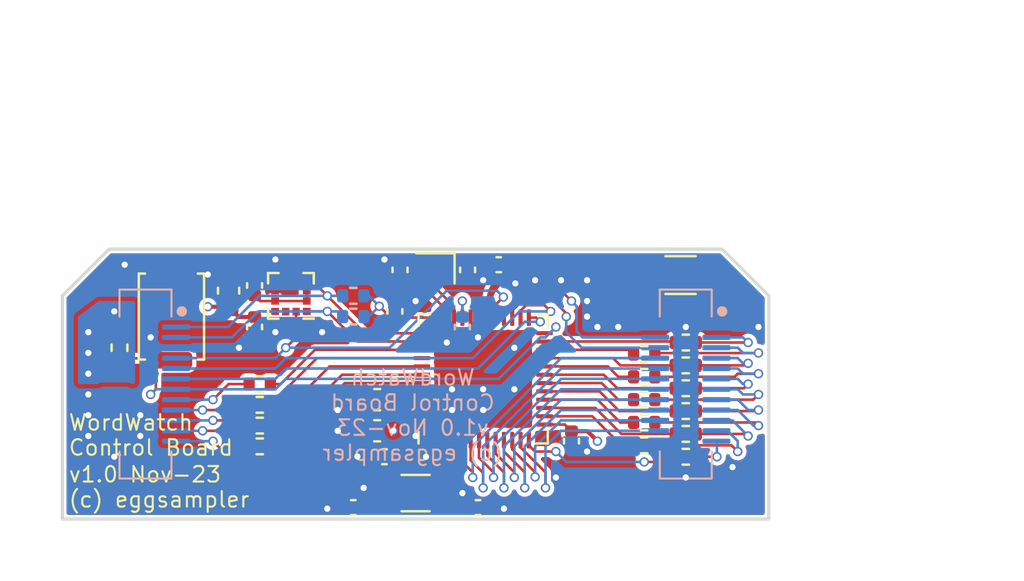
<source format=kicad_pcb>
(kicad_pcb (version 20221018) (generator pcbnew)
  (layers (0 "F.Cu" mixed) (1 "In1.Cu" power) (2 "In2.Cu" power) (31 "B.Cu" mixed) (34 "B.Paste" user) (35 "F.Paste" user) (36 "B.SilkS" user "B.Silkscreen") (37 "F.SilkS" user "F.Silkscreen") (38 "B.Mask" user) (39 "F.Mask" user) (44 "Edge.Cuts" user))
  (net 0 "")
  (net 1 "/Microcontroller/ANT2")
  (net 3 "VCC")
  (net 4 "GND")
  (net 5 "/Microcontroller/DEC4")
  (net 6 "/Microcontroller/DEC3")
  (net 7 "/Microcontroller/XL1")
  (net 8 "/Microcontroller/XL2")
  (net 9 "/Microcontroller/DEC1")
  (net 10 "/Microcontroller/ANT1")
  (net 11 "/Microcontroller/XC1")
  (net 12 "/Microcontroller/XC2")
  (net 13 "/Connectors/ROW0")
  (net 14 "/Connectors/COL9")
  (net 15 "/Connectors/ROW1")
  (net 16 "/Connectors/COL10")
  (net 17 "/Accelerometer/SDA")
  (net 18 "/Accelerometer/SCL")
  (net 19 "/Connectors/ROW2")
  (net 20 "/Connectors/COL0")
  (net 21 "/Connectors/ROW3")
  (net 22 "/Connectors/COL1")
  (net 23 "/Connectors/ROW4")
  (net 24 "/Connectors/COL2")
  (net 25 "/Connectors/ROW5")
  (net 26 "/Connectors/COL3")
  (net 27 "/Connectors/ROW6")
  (net 28 "/Connectors/COL4")
  (net 29 "/Connectors/ROW7")
  (net 30 "/Connectors/COL5")
  (net 31 "/Connectors/ROW8")
  (net 32 "/Connectors/COL6")
  (net 33 "/Connectors/ROW9")
  (net 34 "/Connectors/COL7")
  (net 35 "/Connectors/COL8")
  (net 36 "/Connectors/SWDCLK")
  (net 37 "/Connectors/SWDIO")
  (net 38 "/Accelerometer/INT1")
  (net 39 "/Connectors/LED0")
  (net 40 "/Connectors/LED1")
  (net 41 "/Connectors/LED2")
  (net 42 "/Connectors/LED3")
  (net 43 "/Connectors/BUTTON")
  (net 48 "/Microcontroller/COL0_R")
  (net 49 "/Microcontroller/COL1_R")
  (net 50 "/Microcontroller/COL2_R")
  (net 51 "/Microcontroller/COL3_R")
  (net 52 "/Microcontroller/COL4_R")
  (net 53 "/Microcontroller/COL5_R")
  (net 54 "/Microcontroller/COL6_R")
  (net 55 "/Microcontroller/COL7_R")
  (net 56 "/Microcontroller/COL8_R")
  (net 57 "/Microcontroller/COL9_R")
  (net 58 "/Microcontroller/COL10_R")
  (net 59 "/Microcontroller/LED0_R")
  (net 60 "/Microcontroller/LED1_R")
  (net 61 "/Microcontroller/LED2_R")
  (net 62 "/Microcontroller/LED3_R")
  (net 63 "/Microcontroller/RESET")
  (footprint "Resistor_SMD:R_0402_1005Metric" (layer "F.Cu") (at 155 83.9)
    (fp_text reference "R12" hide)
    (fp_text value "1k" hide)
  )
  (footprint "Resistor_SMD:R_0402_1005Metric" (layer "F.Cu") (at 155 79.5)
    (fp_text reference "R4" hide)
    (fp_text value "1k" hide)
  )
  (footprint "Crystal:Crystal_SMD_3215-2Pin_3.2x1.5mm" (layer "F.Cu") (at 142 86.75)
    (fp_text reference "Y1" hide)
    (fp_text value "32.768kHz" hide)
  )
  (footprint "Resistor_SMD:R_0402_1005Metric" (layer "F.Cu") (at 155 85)
    (fp_text reference "R14" hide)
    (fp_text value "1k" hide)
  )
  (footprint "Package_DFN_QFN:QFN-48-1EP_6x6mm_P0.4mm_EP4.6x4.6mm" (layer "F.Cu") (at 145.25 81.25 90)
    (fp_text reference "U3" hide)
    (fp_text value "nRF52810-QFxx" hide)
  )
  (footprint "Resistor_SMD:R_0402_1005Metric" (layer "F.Cu") (at 153 83.35)
    (fp_text reference "R11" hide)
    (fp_text value "1k" hide)
  )
  (footprint "Resistor_SMD:R_0402_1005Metric" (layer "F.Cu") (at 153 81.15)
    (fp_text reference "R7" hide)
    (fp_text value "1k" hide)
  )
  (footprint "Capacitor_SMD:C_0402_1005Metric" (layer "F.Cu") (at 134.25 76.75 90)
    (fp_text reference "C4" hide)
    (fp_text value "100n" hide)
  )
  (footprint "Resistor_SMD:R_0402_1005Metric" (layer "F.Cu") (at 153 80.05)
    (fp_text reference "R5" hide)
    (fp_text value "1k" hide)
  )
  (footprint "Capacitor_SMD:C_0603_1608Metric" (layer "F.Cu") (at 140.15 83.75 180)
    (fp_text reference "C8" hide)
    (fp_text value "4.7u" hide)
  )
  (footprint "Resistor_SMD:R_0402_1005Metric" (layer "F.Cu") (at 134.5 81.5 180)
    (fp_text reference "R15" hide)
    (fp_text value "1k" hide)
  )
  (footprint "Resistor_SMD:R_0402_1005Metric" (layer "F.Cu") (at 153 82.25)
    (fp_text reference "R9" hide)
    (fp_text value "1k" hide)
  )
  (footprint "Capacitor_SMD:C_0402_1005Metric" (layer "F.Cu") (at 144.5 76 90)
    (fp_text reference "C15" hide)
    (fp_text value "12p" hide)
  )
  (footprint "Package_LGA:LGA-12_2x2mm_P0.5mm" (layer "F.Cu") (at 136 77.25 180)
    (fp_text reference "U2" hide)
    (fp_text value "LIS2DE12" hide)
  )
  (footprint "Capacitor_SMD:C_0603_1608Metric" (layer "F.Cu") (at 133 77 90)
    (fp_text reference "C5" hide)
    (fp_text value "4.7u" hide)
  )
  (footprint "Capacitor_SMD:C_0402_1005Metric" (layer "F.Cu") (at 140.5 85 180)
    (fp_text reference "C13" hide)
    (fp_text value "100n" hide)
  )
  (footprint "Capacitor_SMD:C_0402_1005Metric" (layer "F.Cu") (at 141 78 90)
    (fp_text reference "C9" hide)
    (fp_text value "100n" hide)
  )
  (footprint "Resistor_SMD:R_0402_1005Metric" (layer "F.Cu") (at 155 81.7)
    (fp_text reference "R8" hide)
    (fp_text value "1k" hide)
  )
  (footprint "Oscillator:Oscillator_SMD_Abracon_ASCO-4Pin_1.6x1.2mm" (layer "F.Cu") (at 142.875 76 -90)
    (fp_text reference "Y2" hide)
    (fp_text value "32MHz" hide)
  )
  (footprint "Inductor_SMD:L_0402_1005Metric" (layer "F.Cu") (at 148 75.75 180)
    (fp_text reference "L1" hide)
    (fp_text value "3.9nH" hide)
  )
  (footprint "Resistor_SMD:R_1206_3216Metric" (layer "F.Cu") (at 154.75 76.25)
    (fp_text reference "AE1" hide)
    (fp_text value "KH3216-A55" hide)
  )
  (footprint "Capacitor_SMD:C_0402_1005Metric" (layer "F.Cu") (at 149.5 84.25 -90)
    (fp_text reference "C10" hide)
    (fp_text value "100n" hide)
  )
  (footprint "Resistor_SMD:R_0402_1005Metric" (layer "F.Cu") (at 134.5 82.5 180)
    (fp_text reference "R16" hide)
    (fp_text value "1k" hide)
  )
  (footprint "Capacitor_SMD:C_0402_1005Metric" (layer "F.Cu") (at 146 75.75 180)
    (fp_text reference "C14" hide)
    (fp_text value "0.8p" hide)
  )
  (footprint "Resistor_SMD:R_0402_1005Metric" (layer "F.Cu") (at 127.75 79.75 90)
    (fp_text reference "R3" hide)
    (fp_text value "4.7k" hide)
  )
  (footprint "Resistor_SMD:R_0402_1005Metric" (layer "F.Cu") (at 155 82.8)
    (fp_text reference "R10" hide)
    (fp_text value "1k" hide)
  )
  (footprint "Capacitor_SMD:C_0402_1005Metric" (layer "F.Cu") (at 134.25 78.75 -90)
    (fp_text reference "C1" hide)
    (fp_text value "100n" hide)
  )
  (footprint "Resistor_SMD:R_0402_1005Metric" (layer "F.Cu") (at 134.5 84.5 180)
    (fp_text reference "R18" hide)
    (fp_text value "1k" hide)
  )
  (footprint "Resistor_SMD:R_0402_1005Metric" (layer "F.Cu") (at 155 80.6)
    (fp_text reference "R6" hide)
    (fp_text value "1k" hide)
  )
  (footprint "Capacitor_SMD:C_0603_1608Metric" (layer "F.Cu") (at 140.15 82.25 180)
    (fp_text reference "C6" hide)
    (fp_text value "1u" hide)
  )
  (footprint "Capacitor_SMD:C_0402_1005Metric" (layer "F.Cu") (at 141.25 76 -90)
    (fp_text reference "C16" hide)
    (fp_text value "12p" hide)
  )
  (footprint "Capacitor_SMD:C_0402_1005Metric" (layer "F.Cu") (at 145 87.45)
    (fp_text reference "C12" hide)
    (fp_text value "12p" hide)
  )
  (footprint "Resistor_SMD:R_0402_1005Metric" (layer "F.Cu") (at 153 84.45)
    (fp_text reference "R13" hide)
    (fp_text value "1k" hide)
  )
  (footprint "Capacitor_SMD:C_0402_1005Metric" (layer "F.Cu") (at 139 87.45 180)
    (fp_text reference "C7" hide)
    (fp_text value "12p" hide)
  )
  (footprint "Button_Switch_SMD:SW_Push_SPST_NO_Alps_SKRK" (layer "F.Cu") (at 130.25 78.25 -90)
    (fp_text reference "SW1" hide)
    (fp_text value "RESET" hide)
  )
  (footprint "Resistor_SMD:R_0402_1005Metric" (layer "F.Cu") (at 134.5 83.5 180)
    (fp_text reference "R17" hide)
    (fp_text value "1k" hide)
  )
  (footprint "WordWatch:X0511WVS-24AS-LPV01" (layer "B.Cu") (at 129 81.5 180)
    (fp_text reference "J2" hide)
    (fp_text value "X0511WVS-24AS-LPV01" hide)
  )
  (footprint "Capacitor_SMD:C_0402_1005Metric" (layer "B.Cu") (at 144.25 78.75 -90)
    (fp_text reference "C11" hide)
    (fp_text value "100p" hide)
  )
  (footprint "Resistor_SMD:R_0402_1005Metric" (layer "B.Cu") (at 139 77.25)
    (fp_text reference "R1" hide)
    (fp_text value "4.7k" hide)
  )
  (footprint "WordWatch:X0511WVS-24AS-LPV01" (layer "B.Cu") (at 155 81.5 180)
    (fp_text reference "J1" hide)
    (fp_text value "X0511WVS-24AS-LPV01" hide)
  )
  (footprint "Resistor_SMD:R_0402_1005Metric" (layer "B.Cu") (at 139 78.25 180)
    (fp_text reference "R2" hide)
    (fp_text value "4.7k" hide)
  )
  (gr_poly (pts (xy 127.25 75) (xy 125 77.25) (xy 125 88) (xy 159 88) (xy 159 77.25) (xy 156.75 75)) (stroke (width 0.15)) (fill none) (layer "Edge.Cuts"))
  (gr_text "WordWatch\nControl Board\nv1.0 Nov-23\n(c) eggsampler" (at 141.85942 85.25) (layer "B.SilkS") (effects (font (size 0.75 0.75) (thickness 0.1)) (justify bottom mirror)))
  (gr_text "WordWatch\nControl Board" (at 125.25 85) (layer "F.SilkS") (effects (font (size 0.75 0.75) (thickness 0.1)) (justify left bottom)))
  (gr_text "v1.0 Nov-23\n(c) eggsampler" (at 125.25 87.5) (layer "F.SilkS") (effects (font (size 0.75 0.75) (thickness 0.1)) (justify left bottom)))
  (segment (start 153.2875 75.75) (end 153.2875 76.25) (width 0.55) (layer "F.Cu") (net 1))
  (segment (start 148.485 75.75) (end 153.2875 75.75) (width 0.59) (layer "F.Cu") (net 1))
  (segment (start 133.495 78.27) (end 134.25 78.27) (width 0.2) (layer "F.Cu") (net 3))
  (segment (start 135.2375 77.5) (end 136.7625 77.5) (width 0.125) (layer "F.Cu") (net 3))
  (segment (start 134.52 77.5) (end 135.2375 77.5) (width 0.125) (layer "F.Cu") (net 3))
  (segment (start 126.49 79.24) (end 126.25 79) (width 0.125) (layer "F.Cu") (net 3))
  (segment (start 149.18 83.45) (end 148.2 83.45) (width 0.125) (layer "F.Cu") (net 3))
  (segment (start 127.75 79.24) (end 126.49 79.24) (width 0.125) (layer "F.Cu") (net 3))
  (segment (start 132 77.775) (end 133 77.775) (width 0.2) (layer "F.Cu") (net 3))
  (segment (start 142.3 83.45) (end 141.225 83.45) (width 0.125) (layer "F.Cu") (net 3))
  (segment (start 140.25 77.75) (end 140.8 78.3) (width 0.125) (layer "F.Cu") (net 3))
  (segment (start 150.75 84.25) (end 150.27 83.77) (width 0.2) (layer "F.Cu") (net 3))
  (segment (start 134.25 77.23) (end 134.52 77.5) (width 0.125) (layer "F.Cu") (net 3))
  (segment (start 140.8 78.3) (end 143.05 78.3) (width 0.125) (layer "F.Cu") (net 3))
  (segment (start 134.25 78.27) (end 134.52 78) (width 0.125) (layer "F.Cu") (net 3))
  (segment (start 149.5 83.77) (end 149.18 83.45) (width 0.125) (layer "F.Cu") (net 3))
  (segment (start 133.545 77.23) (end 134.25 77.23) (width 0.2) (layer "F.Cu") (net 3))
  (segment (start 136.7625 77) (end 136.7625 77.5) (width 0.125) (layer "F.Cu") (net 3))
  (segment (start 141.225 83.45) (end 140.925 83.75) (width 0.125) (layer "F.Cu") (net 3))
  (segment (start 134.52 78) (end 135.2375 78) (width 0.125) (layer "F.Cu") (net 3))
  (segment (start 150.27 83.77) (end 149.5 83.77) (width 0.2) (layer "F.Cu") (net 3))
  (segment (start 133 77.775) (end 133.495 78.27) (width 0.2) (layer "F.Cu") (net 3))
  (segment (start 133 77.775) (end 133.545 77.23) (width 0.2) (layer "F.Cu") (net 3))
  (via (at 126.25 81) (size 0.45) (drill 0.3) (layers "F.Cu" "B.Cu") (net 3))
  (via (at 127.5 78) (size 0.45) (drill 0.3) (layers "F.Cu" "B.Cu") (net 3))
  (via (at 126.25 79) (size 0.45) (drill 0.3) (layers "F.Cu" "B.Cu") (net 3))
  (via (at 140.925 83.75) (size 0.45) (drill 0.3) (layers "F.Cu" "B.Cu") (net 3))
  (via (at 140.25 77.75) (size 0.45) (drill 0.3) (layers "F.Cu" "B.Cu") (net 3))
  (via (at 126.25 80) (size 0.45) (drill 0.3) (layers "F.Cu" "B.Cu") (net 3))
  (via (at 150.75 84.25) (size 0.45) (drill 0.3) (layers "F.Cu" "B.Cu") (net 3))
  (via (at 132 77.775) (size 0.45) (drill 0.3) (layers "F.Cu" "B.Cu") (net 3))
  (segment (start 139.51 77.25) (end 139.75 77.25) (width 0.125) (layer "B.Cu") (net 3))
  (segment (start 139.75 77.25) (end 140.25 77.75) (width 0.125) (layer "B.Cu") (net 3))
  (segment (start 139.51 78.25) (end 139.75 78.25) (width 0.125) (layer "B.Cu") (net 3))
  (segment (start 139.75 78.25) (end 140.25 77.75) (width 0.125) (layer "B.Cu") (net 3))
  (via (at 137.75 87.5) (size 0.45) (drill 0.3) (layers "F.Cu" "B.Cu") (net 4))
  (via (at 138.25 82.75) (size 0.45) (drill 0.3) (layers "F.Cu" "B.Cu") (net 4))
  (via (at 147.75 76.5) (size 0.45) (drill 0.3) (layers "F.Cu" "B.Cu") (net 4))
  (via (at 155 86) (size 0.45) (drill 0.3) (layers "F.Cu" "B.Cu") (net 4))
  (via (at 155 78.75) (size 0.45) (drill 0.3) (layers "F.Cu" "B.Cu") (net 4))
  (via (at 126.25 84) (size 0.45) (drill 0.3) (layers "F.Cu" "B.Cu") (net 4))
  (via (at 144.25 86.75) (size 0.45) (drill 0.3) (layers "F.Cu" "B.Cu") (net 4))
  (via (at 126.25 83) (size 0.45) (drill 0.3) (layers "F.Cu" "B.Cu") (net 4))
  (via (at 149 76.5) (size 0.45) (drill 0.3) (layers "F.Cu" "B.Cu") (net 4))
  (via (at 146.25 87.5) (size 0.45) (drill 0.3) (layers "F.Cu" "B.Cu") (net 4))
  (via (at 129.25 79.25) (size 0.45) (drill 0.3) (layers "F.Cu" "B.Cu") (net 4))
  (via (at 145.25 82.75) (size 0.45) (drill 0.3) (layers "F.Cu" "B.Cu") (net 4))
  (via (at 145.25 76.5) (size 0.45) (drill 0.3) (layers "F.Cu" "B.Cu") (net 4))
  (via (at 137.5 79) (size 0.45) (drill 0.3) (layers "F.Cu" "B.Cu") (net 4))
  (via (at 142 77.5) (size 0.45) (drill 0.3) (layers "F.Cu" "B.Cu") (net 4))
  (via (at 133.5 79.75) (size 0.45) (drill 0.3) (layers "F.Cu" "B.Cu") (net 4))
  (via (at 127.5 85) (size 0.45) (drill 0.3) (layers "F.Cu" "B.Cu") (net 4))
  (via (at 150.25 77.5) (size 0.45) (drill 0.3) (layers "F.Cu" "B.Cu") (net 4))
  (via (at 128.75 83) (size 0.45) (drill 0.3) (layers "F.Cu" "B.Cu") (net 4))
  (via (at 150.25 78.25) (size 0.45) (drill 0.3) (layers "F.Cu" "B.Cu") (net 4))
  (via (at 132 76.225) (size 0.45) (drill 0.3) (layers "F.Cu" "B.Cu") (net 4))
  (via (at 157.25 85.5) (size 0.45) (drill 0.3) (layers "F.Cu" "B.Cu") (net 4))
  (via (at 139.5 86.5) (size 0.45) (drill 0.3) (layers "F.Cu" "B.Cu") (net 4))
  (via (at 139.197 84.988548) (size 0.45) (drill 0.3) (layers "F.Cu" "B.Cu") (net 4))
  (via (at 158.5 78.75) (size 0.45) (drill 0.3) (layers "F.Cu" "B.Cu") (net 4))
  (via (at 145.25 81.75) (size 0.45) (drill 0.3) (layers "F.Cu" "B.Cu") (net 4))
  (via (at 128.75 84) (size 0.45) (drill 0.3) (layers "F.Cu" "B.Cu") (net 4))
  (via (at 135.25 79) (size 0.45) (drill 0.3) (layers "F.Cu" "B.Cu") (net 4))
  (via (at 126.25 82) (size 0.45) (drill 0.3) (layers "F.Cu" "B.Cu") (net 4))
  (via (at 138.25 83.75) (size 0.45) (drill 0.3) (layers "F.Cu" "B.Cu") (net 4))
  (via (at 151.75 78.75) (size 0.45) (drill 0.3) (layers "F.Cu" "B.Cu") (net 4))
  (via (at 150.75 78.75) (size 0.45) (drill 0.3) (layers "F.Cu" "B.Cu") (net 4))
  (via (at 143.75 82.75) (size 0.45) (drill 0.3) (layers "F.Cu" "B.Cu") (net 4))
  (via (at 148.75 86) (size 0.45) (drill 0.3) (layers "F.Cu" "B.Cu") (net 4))
  (via (at 146.8 76.65) (size 0.45) (drill 0.3) (layers "F.Cu" "B.Cu") (net 4))
  (via (at 143.75 81.75) (size 0.45) (drill 0.3) (layers "F.Cu" "B.Cu") (net 4))
  (via (at 128 75.75) (size 0.45) (drill 0.3) (layers "F.Cu" "B.Cu") (net 4))
  (via (at 150.25 84.75) (size 0.45) (drill 0.3) (layers "F.Cu" "B.Cu") (net 4))
  (via (at 135.25 75.5) (size 0.45) (drill 0.3) (layers "F.Cu" "B.Cu") (net 4))
  (via (at 146.75 79.75) (size 0.45) (drill 0.3) (layers "F.Cu" "B.Cu") (net 4))
  (via (at 145 79.25) (size 0.45) (drill 0.3) (layers "F.Cu" "B.Cu") (net 4))
  (via (at 146.75 81.75) (size 0.45) (drill 0.3) (layers "F.Cu" "B.Cu") (net 4))
  (via (at 150.25 76.5) (size 0.45) (drill 0.3) (layers "F.Cu" "B.Cu") (net 4))
  (via (at 142 84) (size 0.45) (drill 0.3) (layers "F.Cu" "B.Cu") (net 4))
  (via (at 142.5 85) (size 0.45) (drill 0.3) (layers "F.Cu" "B.Cu") (net 4))
  (via (at 140.5 75.5) (size 0.45) (drill 0.3) (layers "F.Cu" "B.Cu") (net 4))
  (via (at 143.5 79.5) (size 0.45) (drill 0.3) (layers "F.Cu" "B.Cu") (net 4))
  (segment (start 142.3 82.65) (end 141.325 82.65) (width 0.125) (layer "F.Cu") (net 5))
  (segment (start 141.325 82.65) (end 140.925 82.25) (width 0.125) (layer "F.Cu") (net 5))
  (segment (start 144.25 77.5) (end 144.25 78.3) (width 0.125) (layer "F.Cu") (net 6))
  (via (at 144.25 77.5) (size 0.45) (drill 0.3) (layers "F.Cu" "B.Cu") (net 6))
  (segment (start 144.25 78.27) (end 144.25 77.5) (width 0.125) (layer "B.Cu") (net 6))
  (segment (start 141 86) (end 141 86.75) (width 0.125) (layer "F.Cu") (net 7))
  (segment (start 140.75 87.45) (end 140.75 86.75) (width 0.125) (layer "F.Cu") (net 7))
  (segment (start 143.45 84.2) (end 143.45 84.8) (width 0.125) (layer "F.Cu") (net 7))
  (segment (start 142.75 85.5) (end 141.5 85.5) (width 0.125) (layer "F.Cu") (net 7))
  (segment (start 143.45 84.8) (end 142.75 85.5) (width 0.125) (layer "F.Cu") (net 7))
  (segment (start 141.5 85.5) (end 141 86) (width 0.125) (layer "F.Cu") (net 7))
  (segment (start 139.48 87.45) (end 140.75 87.45) (width 0.125) (layer "F.Cu") (net 7))
  (segment (start 143.25 86.75) (end 143.25 85.595926) (width 0.125) (layer "F.Cu") (net 8))
  (segment (start 143.25 86.5) (end 143.25 86.75) (width 0.125) (layer "F.Cu") (net 8))
  (segment (start 143.25 85.595926) (end 143.85 84.995926) (width 0.125) (layer "F.Cu") (net 8))
  (segment (start 143.85 84.995926) (end 143.85 84.2) (width 0.125) (layer "F.Cu") (net 8))
  (segment (start 144.52 87.45) (end 143.25 87.45) (width 0.125) (layer "F.Cu") (net 8))
  (segment (start 143.25 87.45) (end 143.25 86.75) (width 0.125) (layer "F.Cu") (net 8))
  (segment (start 142.55 84.2) (end 142 84.75) (width 0.125) (layer "F.Cu") (net 9))
  (segment (start 141 84.75) (end 140.98 84.77) (width 0.125) (layer "F.Cu") (net 9))
  (segment (start 143.05 84.2) (end 142.55 84.2) (width 0.125) (layer "F.Cu") (net 9))
  (segment (start 142 84.75) (end 141 84.75) (width 0.125) (layer "F.Cu") (net 9))
  (segment (start 140.98 84.77) (end 140.98 85) (width 0.125) (layer "F.Cu") (net 9))
  (segment (start 146.48 75.75) (end 147.515 75.75) (width 0.59) (layer "F.Cu") (net 10))
  (segment (start 143.425 75.6) (end 143.3 75.6) (width 0.125) (layer "F.Cu") (net 11))
  (segment (start 143.3 75.6) (end 142.9 76) (width 0.125) (layer "F.Cu") (net 11))
  (segment (start 144.5 75.52) (end 143.505 75.52) (width 0.125) (layer "F.Cu") (net 11))
  (segment (start 142.9 76.81237) (end 143.85 77.76237) (width 0.125) (layer "F.Cu") (net 11))
  (segment (start 143.85 77.76237) (end 143.85 78.3) (width 0.125) (layer "F.Cu") (net 11))
  (segment (start 142.9 76) (end 142.9 76.81237) (width 0.125) (layer "F.Cu") (net 11))
  (segment (start 143.505 75.52) (end 143.425 75.6) (width 0.125) (layer "F.Cu") (net 11))
  (segment (start 142.325 76.775) (end 142.325 76.4) (width 0.125) (layer "F.Cu") (net 12))
  (segment (start 142.325 76.4) (end 141.33 76.4) (width 0.125) (layer "F.Cu") (net 12))
  (segment (start 141.33 76.4) (end 141.25 76.48) (width 0.125) (layer "F.Cu") (net 12))
  (segment (start 143.45 78.3) (end 143.45 77.9) (width 0.125) (layer "F.Cu") (net 12))
  (segment (start 143.45 77.9) (end 142.325 76.775) (width 0.125) (layer "F.Cu") (net 12))
  (segment (start 149.05 77.05) (end 147.164124 77.05) (width 0.125) (layer "F.Cu") (net 13))
  (segment (start 149.5 77.5) (end 149.05 77.05) (width 0.125) (layer "F.Cu") (net 13))
  (segment (start 147.164124 77.05) (end 146.25 77.964124) (width 0.125) (layer "F.Cu") (net 13))
  (segment (start 146.25 77.964124) (end 146.25 78.3) (width 0.125) (layer "F.Cu") (net 13))
  (via (at 149.5 77.5) (size 0.45) (drill 0.3) (layers "F.Cu" "B.Cu") (net 13))
  (segment (start 149.75 78.9625) (end 150.0375 79.25) (width 0.125) (layer "B.Cu") (net 13))
  (segment (start 149.5 77.5) (end 149.75 77.75) (width 0.125) (layer "B.Cu") (net 13))
  (segment (start 149.75 77.75) (end 149.75 78.9625) (width 0.125) (layer "B.Cu") (net 13))
  (segment (start 150.0375 79.25) (end 153.525 79.25) (width 0.125) (layer "B.Cu") (net 13))
  (segment (start 157.2 84.45) (end 153.51 84.45) (width 0.125) (layer "F.Cu") (net 14))
  (segment (start 157.5 84.75) (end 157.2 84.45) (width 0.125) (layer "F.Cu") (net 14))
  (via (at 157.5 84.75) (size 0.45) (drill 0.3) (layers "F.Cu" "B.Cu") (net 14))
  (segment (start 156.5 83.775) (end 156.475 83.75) (width 0.125) (layer "B.Cu") (net 14))
  (segment (start 157.003554 83.75) (end 156.475 83.75) (width 0.125) (layer "B.Cu") (net 14))
  (segment (start 157.5 84.75) (end 157.5 84.246446) (width 0.125) (layer "B.Cu") (net 14))
  (segment (start 157.5 84.246446) (end 157.003554 83.75) (width 0.125) (layer "B.Cu") (net 14))
  (segment (start 148.454074 77.3) (end 147.314124 77.3) (width 0.125) (layer "F.Cu") (net 15))
  (segment (start 149.25 78.095926) (end 148.454074 77.3) (width 0.125) (layer "F.Cu") (net 15))
  (segment (start 147.314124 77.3) (end 146.65 77.964124) (width 0.125) (layer "F.Cu") (net 15))
  (segment (start 146.65 77.964124) (end 146.65 78.3) (width 0.125) (layer "F.Cu") (net 15))
  (segment (start 149.25 78.25) (end 149.25 78.095926) (width 0.125) (layer "F.Cu") (net 15))
  (via (at 149.25 78.25) (size 0.45) (drill 0.3) (layers "F.Cu" "B.Cu") (net 15))
  (segment (start 149.25 78.25) (end 149.25 79) (width 0.125) (layer "B.Cu") (net 15))
  (segment (start 149.25 79) (end 150 79.75) (width 0.125) (layer "B.Cu") (net 15))
  (segment (start 150 79.75) (end 153.525 79.75) (width 0.125) (layer "B.Cu") (net 15))
  (segment (start 156.5 85) (end 155.51 85) (width 0.125) (layer "F.Cu") (net 16))
  (via (at 156.5 85) (size 0.45) (drill 0.3) (layers "F.Cu" "B.Cu") (net 16))
  (segment (start 156.5 85) (end 156.5 84.275) (width 0.125) (layer "B.Cu") (net 16))
  (segment (start 156.5 84.275) (end 156.475 84.25) (width 0.125) (layer "B.Cu") (net 16))
  (segment (start 137.75 77.25) (end 137 76.5) (width 0.125) (layer "F.Cu") (net 17))
  (segment (start 137.75 77.25) (end 139.55 79.05) (width 0.125) (layer "F.Cu") (net 17))
  (segment (start 139.55 79.05) (end 142.3 79.05) (width 0.125) (layer "F.Cu") (net 17))
  (segment (start 137 76.5) (end 136.7625 76.5) (width 0.125) (layer "F.Cu") (net 17))
  (via (at 137.75 77.25) (size 0.45) (drill 0.3) (layers "F.Cu" "B.Cu") (net 17))
  (segment (start 137.75 77.25) (end 134.482268 77.25) (width 0.125) (layer "B.Cu") (net 17))
  (segment (start 134.482268 77.25) (end 132.982268 78.75) (width 0.125) (layer "B.Cu") (net 17))
  (segment (start 137.75 77.25) (end 138.49 77.25) (width 0.125) (layer "B.Cu") (net 17))
  (segment (start 132.982268 78.75) (end 130.475 78.75) (width 0.125) (layer "B.Cu") (net 17))
  (segment (start 137.75 78) (end 139.2 79.45) (width 0.125) (layer "F.Cu") (net 18))
  (segment (start 137.75 78) (end 136.7625 78) (width 0.125) (layer "F.Cu") (net 18))
  (segment (start 139.2 79.45) (end 142.3 79.45) (width 0.125) (layer "F.Cu") (net 18))
  (via (at 137.75 78) (size 0.45) (drill 0.3) (layers "F.Cu" "B.Cu") (net 18))
  (segment (start 137.75 78) (end 138.24 78) (width 0.125) (layer "B.Cu") (net 18))
  (segment (start 133.167911 79.25) (end 130.475 79.25) (width 0.125) (layer "B.Cu") (net 18))
  (segment (start 138.24 78) (end 138.49 78.25) (width 0.125) (layer "B.Cu") (net 18))
  (segment (start 134.417911 78) (end 133.167911 79.25) (width 0.125) (layer "B.Cu") (net 18))
  (segment (start 137.75 78) (end 134.417911 78) (width 0.125) (layer "B.Cu") (net 18))
  (segment (start 144.75 86) (end 144.75 85.75) (width 0.125) (layer "F.Cu") (net 19))
  (segment (start 144.25 85.25) (end 144.25 84.2) (width 0.125) (layer "F.Cu") (net 19))
  (segment (start 144.75 85.75) (end 144.25 85.25) (width 0.125) (layer "F.Cu") (net 19))
  (via (at 144.75 86) (size 0.45) (drill 0.3) (layers "F.Cu" "B.Cu") (net 19))
  (segment (start 149 80.25) (end 153.525 80.25) (width 0.125) (layer "B.Cu") (net 19))
  (segment (start 144.75 84.5) (end 149 80.25) (width 0.125) (layer "B.Cu") (net 19))
  (segment (start 144.75 86) (end 144.75 84.5) (width 0.125) (layer "B.Cu") (net 19))
  (segment (start 155.51 79.5) (end 158 79.5) (width 0.125) (layer "F.Cu") (net 20))
  (via (at 158 79.5) (size 0.45) (drill 0.3) (layers "F.Cu" "B.Cu") (net 20))
  (segment (start 156.475 79.25) (end 157.75 79.25) (width 0.125) (layer "B.Cu") (net 20))
  (segment (start 157.75 79.25) (end 158 79.5) (width 0.125) (layer "B.Cu") (net 20))
  (segment (start 144.65 85.176777) (end 144.65 84.2) (width 0.125) (layer "F.Cu") (net 21))
  (segment (start 145.25 86.5) (end 145.25 85.776777) (width 0.125) (layer "F.Cu") (net 21))
  (segment (start 145.25 85.776777) (end 144.65 85.176777) (width 0.125) (layer "F.Cu") (net 21))
  (via (at 145.25 86.5) (size 0.45) (drill 0.3) (layers "F.Cu" "B.Cu") (net 21))
  (segment (start 145.25 86.5) (end 145.25 84.5) (width 0.125) (layer "B.Cu") (net 21))
  (segment (start 145.25 84.5) (end 149 80.75) (width 0.125) (layer "B.Cu") (net 21))
  (segment (start 149 80.75) (end 153.525 80.75) (width 0.125) (layer "B.Cu") (net 21))
  (segment (start 158.5 80) (end 158.4925 80.0075) (width 0.125) (layer "F.Cu") (net 22))
  (segment (start 153.5525 80.0075) (end 153.51 80.05) (width 0.125) (layer "F.Cu") (net 22))
  (segment (start 158.4925 80.0075) (end 153.5525 80.0075) (width 0.125) (layer "F.Cu") (net 22))
  (via (at 158.5 80) (size 0.45) (drill 0.3) (layers "F.Cu" "B.Cu") (net 22))
  (segment (start 157.753554 80) (end 158.5 80) (width 0.125) (layer "B.Cu") (net 22))
  (segment (start 157.503554 79.75) (end 157.753554 80) (width 0.125) (layer "B.Cu") (net 22))
  (segment (start 156.475 79.75) (end 157.503554 79.75) (width 0.125) (layer "B.Cu") (net 22))
  (segment (start 145.75 86) (end 145.75 85.75) (width 0.125) (layer "F.Cu") (net 23))
  (segment (start 145.05 85.05) (end 145.05 84.2) (width 0.125) (layer "F.Cu") (net 23))
  (segment (start 145.75 85.75) (end 145.05 85.05) (width 0.125) (layer "F.Cu") (net 23))
  (via (at 145.75 86) (size 0.45) (drill 0.3) (layers "F.Cu" "B.Cu") (net 23))
  (segment (start 149 81.25) (end 153.525 81.25) (width 0.125) (layer "B.Cu") (net 23))
  (segment (start 145.75 84.5) (end 149 81.25) (width 0.125) (layer "B.Cu") (net 23))
  (segment (start 145.75 86) (end 145.75 84.5) (width 0.125) (layer "B.Cu") (net 23))
  (segment (start 157.9 80.6) (end 158 80.5) (width 0.125) (layer "F.Cu") (net 24))
  (segment (start 155.51 80.6) (end 157.9 80.6) (width 0.125) (layer "F.Cu") (net 24))
  (via (at 158 80.5) (size 0.45) (drill 0.3) (layers "F.Cu" "B.Cu") (net 24))
  (segment (start 157.503554 80.25) (end 157.753554 80.5) (width 0.125) (layer "B.Cu") (net 24))
  (segment (start 156.475 80.25) (end 157.503554 80.25) (width 0.125) (layer "B.Cu") (net 24))
  (segment (start 157.753554 80.5) (end 158 80.5) (width 0.125) (layer "B.Cu") (net 24))
  (segment (start 146.25 86.5) (end 146.25 85.748093) (width 0.125) (layer "F.Cu") (net 25))
  (segment (start 145.45 84.948093) (end 145.45 84.2) (width 0.125) (layer "F.Cu") (net 25))
  (segment (start 146.25 85.748093) (end 145.45 84.948093) (width 0.125) (layer "F.Cu") (net 25))
  (via (at 146.25 86.5) (size 0.45) (drill 0.3) (layers "F.Cu" "B.Cu") (net 25))
  (segment (start 149 81.75) (end 153.525 81.75) (width 0.125) (layer "B.Cu") (net 25))
  (segment (start 146.25 84.5) (end 149 81.75) (width 0.125) (layer "B.Cu") (net 25))
  (segment (start 146.25 86.5) (end 146.25 84.5) (width 0.125) (layer "B.Cu") (net 25))
  (segment (start 157.5 81) (end 158.5 81) (width 0.125) (layer "F.Cu") (net 26))
  (segment (start 157.35 81.15) (end 157.5 81) (width 0.125) (layer "F.Cu") (net 26))
  (segment (start 153.51 81.15) (end 157.35 81.15) (width 0.125) (layer "F.Cu") (net 26))
  (via (at 158.5 81) (size 0.45) (drill 0.3) (layers "F.Cu" "B.Cu") (net 26))
  (segment (start 157.5 80.75) (end 156.475 80.75) (width 0.125) (layer "B.Cu") (net 26))
  (segment (start 158.5 81) (end 157.75 81) (width 0.125) (layer "B.Cu") (net 26))
  (segment (start 157.75 81) (end 157.5 80.75) (width 0.125) (layer "B.Cu") (net 26))
  (segment (start 146.75 86) (end 146.75 85.75) (width 0.125) (layer "F.Cu") (net 27))
  (segment (start 145.85 84.85) (end 145.85 84.2) (width 0.125) (layer "F.Cu") (net 27))
  (segment (start 146.75 85.75) (end 145.85 84.85) (width 0.125) (layer "F.Cu") (net 27))
  (via (at 146.75 86) (size 0.45) (drill 0.3) (layers "F.Cu" "B.Cu") (net 27))
  (segment (start 146.75 84.5) (end 149 82.25) (width 0.125) (layer "B.Cu") (net 27))
  (segment (start 149 82.25) (end 153.525 82.25) (width 0.125) (layer "B.Cu") (net 27))
  (segment (start 146.75 86) (end 146.75 84.5) (width 0.125) (layer "B.Cu") (net 27))
  (segment (start 157.8 81.7) (end 155.51 81.7) (width 0.125) (layer "F.Cu") (net 28))
  (segment (start 158 81.5) (end 157.8 81.7) (width 0.125) (layer "F.Cu") (net 28))
  (via (at 158 81.5) (size 0.45) (drill 0.3) (layers "F.Cu" "B.Cu") (net 28))
  (segment (start 157.753554 81.5) (end 157.503554 81.25) (width 0.125) (layer "B.Cu") (net 28))
  (segment (start 158 81.5) (end 157.753554 81.5) (width 0.125) (layer "B.Cu") (net 28))
  (segment (start 157.503554 81.25) (end 156.475 81.25) (width 0.125) (layer "B.Cu") (net 28))
  (segment (start 146.25 84.75) (end 146.25 84.2) (width 0.125) (layer "F.Cu") (net 29))
  (segment (start 147.25 85.75) (end 146.25 84.75) (width 0.125) (layer "F.Cu") (net 29))
  (segment (start 147.25 86.5) (end 147.25 85.75) (width 0.125) (layer "F.Cu") (net 29))
  (via (at 147.25 86.5) (size 0.45) (drill 0.3) (layers "F.Cu" "B.Cu") (net 29))
  (segment (start 149 82.75) (end 153.525 82.75) (width 0.125) (layer "B.Cu") (net 29))
  (segment (start 147.25 84.5) (end 149 82.75) (width 0.125) (layer "B.Cu") (net 29))
  (segment (start 147.25 86.5) (end 147.25 84.5) (width 0.125) (layer "B.Cu") (net 29))
  (segment (start 153.51 82.25) (end 158.25 82.25) (width 0.125) (layer "F.Cu") (net 30))
  (segment (start 158.25 82.25) (end 158.5 82) (width 0.125) (layer "F.Cu") (net 30))
  (via (at 158.5 82) (size 0.45) (drill 0.3) (layers "F.Cu" "B.Cu") (net 30))
  (segment (start 158.5 82) (end 157.753554 82) (width 0.125) (layer "B.Cu") (net 30))
  (segment (start 157.753554 82) (end 157.503554 81.75) (width 0.125) (layer "B.Cu") (net 30))
  (segment (start 157.503554 81.75) (end 156.475 81.75) (width 0.125) (layer "B.Cu") (net 30))
  (segment (start 147.75 85.75) (end 146.65 84.65) (width 0.125) (layer "F.Cu") (net 31))
  (segment (start 146.65 84.65) (end 146.65 84.2) (width 0.125) (layer "F.Cu") (net 31))
  (segment (start 147.75 85.970714) (end 147.75 85.75) (width 0.125) (layer "F.Cu") (net 31))
  (via (at 147.75 85.970714) (size 0.45) (drill 0.3) (layers "F.Cu" "B.Cu") (net 31))
  (segment (start 147.75 84.5) (end 149 83.25) (width 0.125) (layer "B.Cu") (net 31))
  (segment (start 147.75 85.970714) (end 147.75 84.5) (width 0.125) (layer "B.Cu") (net 31))
  (segment (start 149 83.25) (end 153.525 83.25) (width 0.125) (layer "B.Cu") (net 31))
  (segment (start 158.45 82.8) (end 155.51 82.8) (width 0.125) (layer "F.Cu") (net 32))
  (segment (start 158.5 82.75) (end 158.45 82.8) (width 0.125) (layer "F.Cu") (net 32))
  (via (at 158.5 82.75) (size 0.45) (drill 0.3) (layers "F.Cu" "B.Cu") (net 32))
  (segment (start 158.5 82.75) (end 158.003554 82.75) (width 0.125) (layer "B.Cu") (net 32))
  (segment (start 157.503554 82.25) (end 156.475 82.25) (width 0.125) (layer "B.Cu") (net 32))
  (segment (start 158.003554 82.75) (end 157.503554 82.25) (width 0.125) (layer "B.Cu") (net 32))
  (segment (start 148.25 85.75) (end 147.05 84.55) (width 0.125) (layer "F.Cu") (net 33))
  (segment (start 148.25 86.5) (end 148.25 85.75) (width 0.125) (layer "F.Cu") (net 33))
  (segment (start 147.05 84.55) (end 147.05 84.2) (width 0.125) (layer "F.Cu") (net 33))
  (via (at 148.25 86.5) (size 0.45) (drill 0.3) (layers "F.Cu" "B.Cu") (net 33))
  (segment (start 149 83.75) (end 153.525 83.75) (width 0.125) (layer "B.Cu") (net 33))
  (segment (start 148.25 86.5) (end 148.25 84.5) (width 0.125) (layer "B.Cu") (net 33))
  (segment (start 148.25 84.5) (end 149 83.75) (width 0.125) (layer "B.Cu") (net 33))
  (segment (start 158.5 83.5) (end 158.35 83.35) (width 0.125) (layer "F.Cu") (net 34))
  (segment (start 158.35 83.35) (end 153.51 83.35) (width 0.125) (layer "F.Cu") (net 34))
  (via (at 158.5 83.5) (size 0.45) (drill 0.3) (layers "F.Cu" "B.Cu") (net 34))
  (segment (start 158.5 83.5) (end 158.253554 83.5) (width 0.125) (layer "B.Cu") (net 34))
  (segment (start 158.253554 83.5) (end 157.503554 82.75) (width 0.125) (layer "B.Cu") (net 34))
  (segment (start 157.503554 82.75) (end 156.475 82.75) (width 0.125) (layer "B.Cu") (net 34))
  (segment (start 157.9 83.9) (end 155.51 83.9) (width 0.125) (layer "F.Cu") (net 35))
  (segment (start 158 84) (end 157.9 83.9) (width 0.125) (layer "F.Cu") (net 35))
  (via (at 158 84) (size 0.45) (drill 0.3) (layers "F.Cu" "B.Cu") (net 35))
  (segment (start 157.25 83.25) (end 156.475 83.25) (width 0.125) (layer "B.Cu") (net 35))
  (segment (start 158 84) (end 157.25 83.25) (width 0.125) (layer "B.Cu") (net 35))
  (segment (start 147.8 78.3) (end 147.45 78.3) (width 0.125) (layer "F.Cu") (net 36))
  (segment (start 148 78.5) (end 147.8 78.3) (width 0.125) (layer "F.Cu") (net 36))
  (via (at 148 78.5) (size 0.45) (drill 0.3) (layers "F.Cu" "B.Cu") (net 36))
  (segment (start 147.25 78.5) (end 145 80.75) (width 0.125) (layer "B.Cu") (net 36))
  (segment (start 145 80.75) (end 135.75 80.75) (width 0.125) (layer "B.Cu") (net 36))
  (segment (start 135.25 81.25) (end 130.475 81.25) (width 0.125) (layer "B.Cu") (net 36))
  (segment (start 135.75 80.75) (end 135.25 81.25) (width 0.125) (layer "B.Cu") (net 36))
  (segment (start 148 78.5) (end 147.25 78.5) (width 0.125) (layer "B.Cu") (net 36))
  (segment (start 147.05 77.964124) (end 147.05 78.3) (width 0.125) (layer "F.Cu") (net 37))
  (segment (start 148.2 77.7) (end 147.314124 77.7) (width 0.125) (layer "F.Cu") (net 37))
  (segment (start 147.314124 77.7) (end 147.05 77.964124) (width 0.125) (layer "F.Cu") (net 37))
  (segment (start 148.5 78) (end 148.2 77.7) (width 0.125) (layer "F.Cu") (net 37))
  (via (at 148.5 78) (size 0.45) (drill 0.3) (layers "F.Cu" "B.Cu") (net 37))
  (segment (start 135.25 80.75) (end 130.475 80.75) (width 0.125) (layer "B.Cu") (net 37))
  (segment (start 135.75 80.25) (end 135.25 80.75) (width 0.125) (layer "B.Cu") (net 37))
  (segment (start 148.5 78) (end 147 78) (width 0.125) (layer "B.Cu") (net 37))
  (segment (start 147 78) (end 144.75 80.25) (width 0.125) (layer "B.Cu") (net 37))
  (segment (start 144.75 80.25) (end 135.75 80.25) (width 0.125) (layer "B.Cu") (net 37))
  (segment (start 136.25 79.25) (end 136.25 78.0125) (width 0.125) (layer "F.Cu") (net 38))
  (segment (start 146.220714 77.308572) (end 145.85 77.679286) (width 0.125) (layer "F.Cu") (net 38))
  (segment (start 135.75 79.75) (end 136.25 79.25) (width 0.125) (layer "F.Cu") (net 38))
  (segment (start 145.85 77.679286) (end 145.85 78.3) (width 0.125) (layer "F.Cu") (net 38))
  (via (at 135.75 79.75) (size 0.45) (drill 0.3) (layers "F.Cu" "B.Cu") (net 38))
  (via (at 146.220714 77.308572) (size 0.45) (drill 0.3) (layers "F.Cu" "B.Cu") (net 38))
  (segment (start 135.75 79.75) (end 135.25 80.25) (width 0.125) (layer "B.Cu") (net 38))
  (segment (start 145.912142 77) (end 146.220714 77.308572) (width 0.125) (layer "B.Cu") (net 38))
  (segment (start 143.5 77) (end 145.912142 77) (width 0.125) (layer "B.Cu") (net 38))
  (segment (start 135.75 79.75) (end 140.75 79.75) (width 0.125) (layer "B.Cu") (net 38))
  (segment (start 135.25 80.25) (end 130.475 80.25) (width 0.125) (layer "B.Cu") (net 38))
  (segment (start 140.75 79.75) (end 143.5 77) (width 0.125) (layer "B.Cu") (net 38))
  (segment (start 133 81.5) (end 132.25 82.25) (width 0.125) (layer "F.Cu") (net 39))
  (segment (start 133.99 81.5) (end 133 81.5) (width 0.125) (layer "F.Cu") (net 39))
  (via (at 132.25 82.25) (size 0.45) (drill 0.3) (layers "F.Cu" "B.Cu") (net 39))
  (segment (start 132.25 82.25) (end 130.475 82.25) (width 0.125) (layer "B.Cu") (net 39))
  (segment (start 133.74 82.75) (end 133.99 82.5) (width 0.125) (layer "F.Cu") (net 40))
  (segment (start 131.75 82.75) (end 133.74 82.75) (width 0.125) (layer "F.Cu") (net 40))
  (via (at 131.75 82.75) (size 0.45) (drill 0.3) (layers "F.Cu" "B.Cu") (net 40))
  (segment (start 131.75 82.75) (end 130.475 82.75) (width 0.125) (layer "B.Cu") (net 40))
  (segment (start 133.74 83.25) (end 133.99 83.5) (width 0.125) (layer "F.Cu") (net 41))
  (segment (start 132.25 83.25) (end 133.74 83.25) (width 0.125) (layer "F.Cu") (net 41))
  (via (at 132.25 83.25) (size 0.45) (drill 0.3) (layers "F.Cu" "B.Cu") (net 41))
  (segment (start 132.25 83.25) (end 130.475 83.25) (width 0.125) (layer "B.Cu") (net 41))
  (segment (start 131.75 83.75) (end 132.5 83.75) (width 0.125) (layer "F.Cu") (net 42))
  (segment (start 133.25 84.5) (end 133.99 84.5) (width 0.125) (layer "F.Cu") (net 42))
  (segment (start 132.5 83.75) (end 133.25 84.5) (width 0.125) (layer "F.Cu") (net 42))
  (via (at 131.75 83.75) (size 0.45) (drill 0.3) (layers "F.Cu" "B.Cu") (net 42))
  (segment (start 131.75 83.75) (end 130.475 83.75) (width 0.125) (layer "B.Cu") (net 42))
  (segment (start 132.25 84.25) (end 133.25 85.25) (width 0.125) (layer "F.Cu") (net 43))
  (segment (start 133.25 85.25) (end 135.3625 85.25) (width 0.125) (layer "F.Cu") (net 43))
  (segment (start 135.75 84.8625) (end 135.75 84.297963) (width 0.125) (layer "F.Cu") (net 43))
  (segment (start 135.75 84.297963) (end 138.597963 81.45) (width 0.125) (layer "F.Cu") (net 43))
  (segment (start 138.597963 81.45) (end 142.3 81.45) (width 0.125) (layer "F.Cu") (net 43))
  (segment (start 135.3625 85.25) (end 135.75 84.8625) (width 0.125) (layer "F.Cu") (net 43))
  (via (at 132.25 84.25) (size 0.45) (drill 0.3) (layers "F.Cu" "B.Cu") (net 43))
  (segment (start 132.25 84.25) (end 130.475 84.25) (width 0.125) (layer "B.Cu") (net 43))
  (segment (start 154.49 79.5) (end 154.44 79.45) (width 0.125) (layer "F.Cu") (net 48))
  (segment (start 154.44 79.45) (end 148.2 79.45) (width 0.125) (layer "F.Cu") (net 48))
  (segment (start 148.2 79.85) (end 152.29 79.85) (width 0.125) (layer "F.Cu") (net 49))
  (segment (start 152.29 79.85) (end 152.49 80.05) (width 0.125) (layer "F.Cu") (net 49))
  (segment (start 151.5 80.25) (end 148.2 80.25) (width 0.125) (layer "F.Cu") (net 50))
  (segment (start 151.85 80.6) (end 151.5 80.25) (width 0.125) (layer "F.Cu") (net 50))
  (segment (start 154.49 80.6) (end 151.85 80.6) (width 0.125) (layer "F.Cu") (net 50))
  (segment (start 151.753554 81.15) (end 151.253554 80.65) (width 0.125) (layer "F.Cu") (net 51))
  (segment (start 151.253554 80.65) (end 148.2 80.65) (width 0.125) (layer "F.Cu") (net 51))
  (segment (start 152.49 81.15) (end 151.753554 81.15) (width 0.125) (layer "F.Cu") (net 51))
  (segment (start 151.05 81.05) (end 148.2 81.05) (width 0.125) (layer "F.Cu") (net 52))
  (segment (start 154.49 81.7) (end 151.7 81.7) (width 0.125) (layer "F.Cu") (net 52))
  (segment (start 151.7 81.7) (end 151.05 81.05) (width 0.125) (layer "F.Cu") (net 52))
  (segment (start 151.75 82.25) (end 152.49 82.25) (width 0.125) (layer "F.Cu") (net 53))
  (segment (start 148.2 81.45) (end 150.95 81.45) (width 0.125) (layer "F.Cu") (net 53))
  (segment (start 150.95 81.45) (end 151.75 82.25) (width 0.125) (layer "F.Cu") (net 53))
  (segment (start 150.85 81.85) (end 148.2 81.85) (width 0.125) (layer "F.Cu") (net 54))
  (segment (start 154.49 82.8) (end 151.8 82.8) (width 0.125) (layer "F.Cu") (net 54))
  (segment (start 151.8 82.8) (end 150.85 81.85) (width 0.125) (layer "F.Cu") (net 54))
  (segment (start 151.85 83.35) (end 150.75 82.25) (width 0.125) (layer "F.Cu") (net 55))
  (segment (start 152.49 83.35) (end 151.85 83.35) (width 0.125) (layer "F.Cu") (net 55))
  (segment (start 150.75 82.25) (end 148.2 82.25) (width 0.125) (layer "F.Cu") (net 55))
  (segment (start 151.9 83.9) (end 150.65 82.65) (width 0.125) (layer "F.Cu") (net 56))
  (segment (start 154.49 83.9) (end 151.9 83.9) (width 0.125) (layer "F.Cu") (net 56))
  (segment (start 150.65 82.65) (end 148.2 82.65) (width 0.125) (layer "F.Cu") (net 56))
  (segment (start 152.49 84.45) (end 151.9 84.45) (width 0.125) (layer "F.Cu") (net 57))
  (segment (start 150.5 83.05) (end 148.2 83.05) (width 0.125) (layer "F.Cu") (net 57))
  (segment (start 151.9 84.45) (end 150.5 83.05) (width 0.125) (layer "F.Cu") (net 57))
  (segment (start 154.24 85.25) (end 154.49 85) (width 0.125) (layer "F.Cu") (net 58))
  (segment (start 153 85.25) (end 154.24 85.25) (width 0.125) (layer "F.Cu") (net 58))
  (segment (start 148.75 84.75) (end 147.75 84.75) (width 0.125) (layer "F.Cu") (net 58))
  (segment (start 147.45 84.45) (end 147.45 84.2) (width 0.125) (layer "F.Cu") (net 58))
  (segment (start 147.75 84.75) (end 147.45 84.45) (width 0.125) (layer "F.Cu") (net 58))
  (via (at 148.75 84.75) (size 0.45) (drill 0.3) (layers "F.Cu" "B.Cu") (net 58))
  (via (at 153 85.25) (size 0.45) (drill 0.3) (layers "F.Cu" "B.Cu") (net 58))
  (segment (start 148.75 84.75) (end 149.25 85.25) (width 0.125) (layer "B.Cu") (net 58))
  (segment (start 149.25 85.25) (end 153 85.25) (width 0.125) (layer "B.Cu") (net 58))
  (segment (start 137.155 79.85) (end 142.3 79.85) (width 0.125) (layer "F.Cu") (net 59))
  (segment (start 135.01 81.5) (end 135.505 81.5) (width 0.125) (layer "F.Cu") (net 59))
  (segment (start 135.505 81.5) (end 137.155 79.85) (width 0.125) (layer "F.Cu") (net 59))
  (segment (start 135.01 82.5) (end 135.01 82.49) (width 0.125) (layer "F.Cu") (net 60))
  (segment (start 135.01 82.49) (end 137.25 80.25) (width 0.125) (layer "F.Cu") (net 60))
  (segment (start 137.25 80.25) (end 142.3 80.25) (width 0.125) (layer "F.Cu") (net 60))
  (segment (start 135.01 83.5) (end 137.86 80.65) (width 0.125) (layer "F.Cu") (net 61))
  (segment (start 137.86 80.65) (end 142.3 80.65) (width 0.125) (layer "F.Cu") (net 61))
  (segment (start 135.01 84.5) (end 138.46 81.05) (width 0.125) (layer "F.Cu") (net 62))
  (segment (start 138.46 81.05) (end 142.3 81.05) (width 0.125) (layer "F.Cu") (net 62))
  (segment (start 129.25 82) (end 129.5 81.75) (width 0.125) (layer "F.Cu") (net 63))
  (segment (start 148.45 79.05) (end 148.2 79.05) (width 0.125) (layer "F.Cu") (net 63))
  (segment (start 130.16 80.26) (end 130.25 80.35) (width 0.125) (layer "F.Cu") (net 63))
  (segment (start 129.5 81.75) (end 129.5 80.35) (width 0.125) (layer "F.Cu") (net 63))
  (segment (start 129.5 80.35) (end 130.25 80.35) (width 0.125) (layer "F.Cu") (net 63))
  (segment (start 148.75 78.75) (end 148.45 79.05) (width 0.125) (layer "F.Cu") (net 63))
  (segment (start 127.75 80.26) (end 130.16 80.26) (width 0.125) (layer "F.Cu") (net 63))
  (via (at 148.75 78.75) (size 0.45) (drill 0.3) (layers "F.Cu" "B.Cu") (net 63))
  (via (at 129.25 82) (size 0.45) (drill 0.3) (layers "F.Cu" "B.Cu") (net 63))
  (segment (start 148.25 79.25) (end 148 79.25) (width 0.125) (layer "B.Cu") (net 63))
  (segment (start 135.75 81.25) (end 135.25 81.75) (width 0.125) (layer "B.Cu") (net 63))
  (segment (start 135.25 81.75) (end 130.475 81.75) (width 0.125) (layer "B.Cu") (net 63))
  (segment (start 148 79.25) (end 146 81.25) (width 0.125) (layer "B.Cu") (net 63))
  (segment (start 129.5 81.75) (end 130.475 81.75) (width 0.125) (layer "B.Cu") (net 63))
  (segment (start 129.25 82) (end 129.5 81.75) (width 0.125) (layer "B.Cu") (net 63))
  (segment (start 148.75 78.75) (end 148.25 79.25) (width 0.125) (layer "B.Cu") (net 63))
  (segment (start 146 81.25) (end 135.75 81.25) (width 0.125) (layer "B.Cu") (net 63))
  (zone (net 10) (net_name "/Microcontroller/ANT1") (layer "F.Cu") (priority 2) (connect_pads thru_hole_only (clearance 0.2)) (min_thickness 0.2) (fill yes (thermal_gap 0.3) (thermal_bridge_width 0.3))
    (polygon (pts (xy 145.55 78.65) (xy 145.55 77.65) (xy 145.85 77.05) (xy 146.7 76) (xy 146.7 75.5) (xy 146.25 75.5) (xy 145.8 76.4) (xy 145.5 76.95) (xy 145.35 77.6) (xy 145.35 78.65)))
  )
  (zone (net 0) (net_name "") (layer "F.Cu") (connect_pads (clearance 0)) (min_thickness 0.25)
    (keepout (tracks allowed) (vias allowed) (pads allowed) (copperpour not_allowed) (footprints allowed))
    (fill (thermal_gap 0.5) (thermal_bridge_width 0.5))
    (polygon (pts (xy 150.5 74) (xy 150.5 78.5) (xy 160 78.5) (xy 160 74)))
  )
  (zone (net 4) (net_name "GND") (layers "F.Cu" "In1.Cu" "B.Cu") (connect_pads thru_hole_only (clearance 0.2)) (min_thickness 0.2) (fill yes (thermal_gap 0.3) (thermal_bridge_width 0.3))
    (polygon (pts (xy 122 72) (xy 162 72) (xy 162 91) (xy 122 91)))
  )
  (zone (net 3) (net_name "VCC") (layer "B.Cu") (priority 4) (connect_pads thru_hole_only (clearance 0.2)) (min_thickness 0.2) (fill yes (thermal_gap 0.3) (thermal_bridge_width 0.3))
    (polygon (pts (xy 128.5 81.5) (xy 125.75 81.5) (xy 125.75 78.25) (xy 126.75 77.5) (xy 128.5 77.5)))
  )
)
</source>
